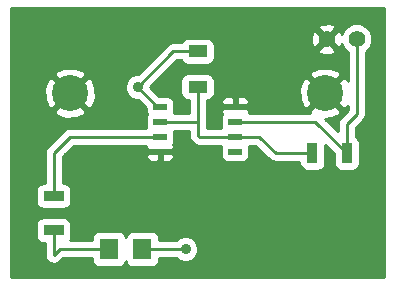
<source format=gbr>
G04 #@! TF.FileFunction,Copper,L1,Top,Signal*
%FSLAX46Y46*%
G04 Gerber Fmt 4.6, Leading zero omitted, Abs format (unit mm)*
G04 Created by KiCad (PCBNEW 4.0.2-stable) date 2016 July 15, Friday 17:30:48*
%MOMM*%
G01*
G04 APERTURE LIST*
%ADD10C,0.100000*%
%ADD11R,1.600000X1.000000*%
%ADD12R,0.900000X1.700000*%
%ADD13R,1.700000X0.900000*%
%ADD14R,1.143000X0.508000*%
%ADD15C,1.397000*%
%ADD16C,3.048000*%
%ADD17R,1.597660X1.800860*%
%ADD18C,0.889000*%
%ADD19C,0.250000*%
%ADD20C,0.254000*%
G04 APERTURE END LIST*
D10*
D11*
X170180000Y-72112000D03*
X170180000Y-69112000D03*
D12*
X182806000Y-77724000D03*
X179906000Y-77724000D03*
D13*
X157988000Y-81354000D03*
X157988000Y-84254000D03*
D14*
X173355000Y-73787000D03*
X173355000Y-75057000D03*
X173355000Y-76327000D03*
X173355000Y-77597000D03*
X167005000Y-77597000D03*
X167005000Y-76327000D03*
X167005000Y-75057000D03*
X167005000Y-73787000D03*
D15*
X181102000Y-68072000D03*
X183642000Y-68072000D03*
D16*
X180975000Y-72644000D03*
X159385000Y-72644000D03*
D17*
X162664140Y-85852000D03*
X165503860Y-85852000D03*
D18*
X165100000Y-72136000D03*
X169164000Y-85852000D03*
D19*
X173355000Y-76327000D02*
X175387000Y-76327000D01*
X176784000Y-77724000D02*
X179906000Y-77724000D01*
X175387000Y-76327000D02*
X176784000Y-77724000D01*
X170180000Y-75184000D02*
X170180000Y-76200000D01*
X170307000Y-76327000D02*
X173355000Y-76327000D01*
X170180000Y-76200000D02*
X170307000Y-76327000D01*
X170180000Y-72112000D02*
X170180000Y-75184000D01*
X170053000Y-75057000D02*
X167005000Y-75057000D01*
X170180000Y-75184000D02*
X170053000Y-75057000D01*
X165503860Y-85852000D02*
X169164000Y-85852000D01*
X170180000Y-69112000D02*
X168124000Y-69112000D01*
X165100000Y-72136000D02*
X166751000Y-73787000D01*
X168124000Y-69112000D02*
X165100000Y-72136000D01*
X167005000Y-73787000D02*
X166751000Y-73787000D01*
X157988000Y-84254000D02*
X157988000Y-86360000D01*
X158496000Y-85852000D02*
X162664140Y-85852000D01*
X157988000Y-86360000D02*
X158496000Y-85852000D01*
X180139000Y-75057000D02*
X182806000Y-77724000D01*
X173355000Y-75057000D02*
X180139000Y-75057000D01*
X182806000Y-77724000D02*
X182806000Y-75258000D01*
X183642000Y-74422000D02*
X183642000Y-68072000D01*
X182806000Y-75258000D02*
X183642000Y-74422000D01*
X157988000Y-81354000D02*
X157988000Y-77724000D01*
X159385000Y-76327000D02*
X167005000Y-76327000D01*
X157988000Y-77724000D02*
X159385000Y-76327000D01*
D20*
G36*
X185980000Y-88190000D02*
X154380000Y-88190000D01*
X154380000Y-83804000D01*
X156490560Y-83804000D01*
X156490560Y-84704000D01*
X156534838Y-84939317D01*
X156673910Y-85155441D01*
X156886110Y-85300431D01*
X157138000Y-85351440D01*
X157228000Y-85351440D01*
X157228000Y-86360000D01*
X157285852Y-86650839D01*
X157450599Y-86897401D01*
X157697161Y-87062148D01*
X157988000Y-87120000D01*
X158278839Y-87062148D01*
X158525401Y-86897401D01*
X158810802Y-86612000D01*
X161217870Y-86612000D01*
X161217870Y-86752430D01*
X161262148Y-86987747D01*
X161401220Y-87203871D01*
X161613420Y-87348861D01*
X161865310Y-87399870D01*
X163462970Y-87399870D01*
X163698287Y-87355592D01*
X163914411Y-87216520D01*
X164059401Y-87004320D01*
X164083030Y-86887634D01*
X164101868Y-86987747D01*
X164240940Y-87203871D01*
X164453140Y-87348861D01*
X164705030Y-87399870D01*
X166302690Y-87399870D01*
X166538007Y-87355592D01*
X166754131Y-87216520D01*
X166899121Y-87004320D01*
X166950130Y-86752430D01*
X166950130Y-86612000D01*
X168397362Y-86612000D01*
X168551714Y-86766622D01*
X168948332Y-86931313D01*
X169377784Y-86931687D01*
X169774689Y-86767689D01*
X170078622Y-86464286D01*
X170243313Y-86067668D01*
X170243687Y-85638216D01*
X170079689Y-85241311D01*
X169776286Y-84937378D01*
X169379668Y-84772687D01*
X168950216Y-84772313D01*
X168553311Y-84936311D01*
X168397350Y-85092000D01*
X166950130Y-85092000D01*
X166950130Y-84951570D01*
X166905852Y-84716253D01*
X166766780Y-84500129D01*
X166554580Y-84355139D01*
X166302690Y-84304130D01*
X164705030Y-84304130D01*
X164469713Y-84348408D01*
X164253589Y-84487480D01*
X164108599Y-84699680D01*
X164084970Y-84816366D01*
X164066132Y-84716253D01*
X163927060Y-84500129D01*
X163714860Y-84355139D01*
X163462970Y-84304130D01*
X161865310Y-84304130D01*
X161629993Y-84348408D01*
X161413869Y-84487480D01*
X161268879Y-84699680D01*
X161217870Y-84951570D01*
X161217870Y-85092000D01*
X159341431Y-85092000D01*
X159434431Y-84955890D01*
X159485440Y-84704000D01*
X159485440Y-83804000D01*
X159441162Y-83568683D01*
X159302090Y-83352559D01*
X159089890Y-83207569D01*
X158838000Y-83156560D01*
X157138000Y-83156560D01*
X156902683Y-83200838D01*
X156686559Y-83339910D01*
X156541569Y-83552110D01*
X156490560Y-83804000D01*
X154380000Y-83804000D01*
X154380000Y-80904000D01*
X156490560Y-80904000D01*
X156490560Y-81804000D01*
X156534838Y-82039317D01*
X156673910Y-82255441D01*
X156886110Y-82400431D01*
X157138000Y-82451440D01*
X158838000Y-82451440D01*
X159073317Y-82407162D01*
X159289441Y-82268090D01*
X159434431Y-82055890D01*
X159485440Y-81804000D01*
X159485440Y-80904000D01*
X159441162Y-80668683D01*
X159302090Y-80452559D01*
X159089890Y-80307569D01*
X158838000Y-80256560D01*
X158748000Y-80256560D01*
X158748000Y-78038802D01*
X158904052Y-77882750D01*
X165798500Y-77882750D01*
X165798500Y-77977309D01*
X165895173Y-78210698D01*
X166073801Y-78389327D01*
X166307190Y-78486000D01*
X166719250Y-78486000D01*
X166878000Y-78327250D01*
X166878000Y-77724000D01*
X167132000Y-77724000D01*
X167132000Y-78327250D01*
X167290750Y-78486000D01*
X167702810Y-78486000D01*
X167936199Y-78389327D01*
X168114827Y-78210698D01*
X168211500Y-77977309D01*
X168211500Y-77882750D01*
X168052750Y-77724000D01*
X167132000Y-77724000D01*
X166878000Y-77724000D01*
X165957250Y-77724000D01*
X165798500Y-77882750D01*
X158904052Y-77882750D01*
X159699802Y-77087000D01*
X165852220Y-77087000D01*
X165798500Y-77216691D01*
X165798500Y-77311250D01*
X165957250Y-77470000D01*
X166878000Y-77470000D01*
X166878000Y-77450000D01*
X167132000Y-77450000D01*
X167132000Y-77470000D01*
X168052750Y-77470000D01*
X168211500Y-77311250D01*
X168211500Y-77216691D01*
X168114827Y-76983302D01*
X168088291Y-76956765D01*
X168172931Y-76832890D01*
X168223940Y-76581000D01*
X168223940Y-76073000D01*
X168179662Y-75837683D01*
X168166353Y-75817000D01*
X169420000Y-75817000D01*
X169420000Y-76200000D01*
X169477852Y-76490839D01*
X169642599Y-76737401D01*
X169769599Y-76864401D01*
X170016161Y-77029148D01*
X170307000Y-77087000D01*
X172189877Y-77087000D01*
X172187069Y-77091110D01*
X172136060Y-77343000D01*
X172136060Y-77851000D01*
X172180338Y-78086317D01*
X172319410Y-78302441D01*
X172531610Y-78447431D01*
X172783500Y-78498440D01*
X173926500Y-78498440D01*
X174161817Y-78454162D01*
X174377941Y-78315090D01*
X174522931Y-78102890D01*
X174573940Y-77851000D01*
X174573940Y-77343000D01*
X174529662Y-77107683D01*
X174516353Y-77087000D01*
X175072198Y-77087000D01*
X176246599Y-78261401D01*
X176493160Y-78426148D01*
X176784000Y-78484000D01*
X178808560Y-78484000D01*
X178808560Y-78574000D01*
X178852838Y-78809317D01*
X178991910Y-79025441D01*
X179204110Y-79170431D01*
X179456000Y-79221440D01*
X180356000Y-79221440D01*
X180591317Y-79177162D01*
X180807441Y-79038090D01*
X180952431Y-78825890D01*
X181003440Y-78574000D01*
X181003440Y-76996242D01*
X181708560Y-77701362D01*
X181708560Y-78574000D01*
X181752838Y-78809317D01*
X181891910Y-79025441D01*
X182104110Y-79170431D01*
X182356000Y-79221440D01*
X183256000Y-79221440D01*
X183491317Y-79177162D01*
X183707441Y-79038090D01*
X183852431Y-78825890D01*
X183903440Y-78574000D01*
X183903440Y-76874000D01*
X183859162Y-76638683D01*
X183720090Y-76422559D01*
X183566000Y-76317274D01*
X183566000Y-75572802D01*
X184179401Y-74959401D01*
X184344148Y-74712839D01*
X184402000Y-74422000D01*
X184402000Y-69197536D01*
X184771827Y-68828353D01*
X184975268Y-68338413D01*
X184975731Y-67807914D01*
X184773146Y-67317620D01*
X184398353Y-66942173D01*
X183908413Y-66738732D01*
X183377914Y-66738269D01*
X182887620Y-66940854D01*
X182512173Y-67315647D01*
X182378686Y-67637118D01*
X182271800Y-67379071D01*
X182036188Y-67317417D01*
X181281605Y-68072000D01*
X182036188Y-68826583D01*
X182271800Y-68764929D01*
X182370083Y-68485688D01*
X182510854Y-68826380D01*
X182882000Y-69198174D01*
X182882000Y-71586421D01*
X182827568Y-71455011D01*
X182506307Y-71292298D01*
X181154605Y-72644000D01*
X182506307Y-73995702D01*
X182827568Y-73832989D01*
X182882000Y-73694398D01*
X182882000Y-74107198D01*
X182268599Y-74720599D01*
X182103852Y-74967161D01*
X182046000Y-75258000D01*
X182046000Y-75889198D01*
X180960437Y-74803635D01*
X181444221Y-74794706D01*
X182163989Y-74496568D01*
X182326702Y-74175307D01*
X180975000Y-72823605D01*
X179623298Y-74175307D01*
X179684933Y-74297000D01*
X174507780Y-74297000D01*
X174561500Y-74167309D01*
X174561500Y-74072750D01*
X174402750Y-73914000D01*
X173482000Y-73914000D01*
X173482000Y-73934000D01*
X173228000Y-73934000D01*
X173228000Y-73914000D01*
X172307250Y-73914000D01*
X172148500Y-74072750D01*
X172148500Y-74167309D01*
X172245173Y-74400698D01*
X172271709Y-74427235D01*
X172187069Y-74551110D01*
X172136060Y-74803000D01*
X172136060Y-75311000D01*
X172180338Y-75546317D01*
X172193647Y-75567000D01*
X170940000Y-75567000D01*
X170940000Y-73406691D01*
X172148500Y-73406691D01*
X172148500Y-73501250D01*
X172307250Y-73660000D01*
X173228000Y-73660000D01*
X173228000Y-73056750D01*
X173482000Y-73056750D01*
X173482000Y-73660000D01*
X174402750Y-73660000D01*
X174561500Y-73501250D01*
X174561500Y-73406691D01*
X174464827Y-73173302D01*
X174286199Y-72994673D01*
X174052810Y-72898000D01*
X173640750Y-72898000D01*
X173482000Y-73056750D01*
X173228000Y-73056750D01*
X173069250Y-72898000D01*
X172657190Y-72898000D01*
X172423801Y-72994673D01*
X172245173Y-73173302D01*
X172148500Y-73406691D01*
X170940000Y-73406691D01*
X170940000Y-73259440D01*
X170980000Y-73259440D01*
X171215317Y-73215162D01*
X171431441Y-73076090D01*
X171576431Y-72863890D01*
X171627440Y-72612000D01*
X171627440Y-72254464D01*
X178808444Y-72254464D01*
X178824294Y-73113221D01*
X179122432Y-73832989D01*
X179443693Y-73995702D01*
X180795395Y-72644000D01*
X179443693Y-71292298D01*
X179122432Y-71455011D01*
X178808444Y-72254464D01*
X171627440Y-72254464D01*
X171627440Y-71612000D01*
X171583162Y-71376683D01*
X171444090Y-71160559D01*
X171374036Y-71112693D01*
X179623298Y-71112693D01*
X180975000Y-72464395D01*
X182326702Y-71112693D01*
X182163989Y-70791432D01*
X181364536Y-70477444D01*
X180505779Y-70493294D01*
X179786011Y-70791432D01*
X179623298Y-71112693D01*
X171374036Y-71112693D01*
X171231890Y-71015569D01*
X170980000Y-70964560D01*
X169380000Y-70964560D01*
X169144683Y-71008838D01*
X168928559Y-71147910D01*
X168783569Y-71360110D01*
X168732560Y-71612000D01*
X168732560Y-72612000D01*
X168776838Y-72847317D01*
X168915910Y-73063441D01*
X169128110Y-73208431D01*
X169380000Y-73259440D01*
X169420000Y-73259440D01*
X169420000Y-74297000D01*
X168170123Y-74297000D01*
X168172931Y-74292890D01*
X168223940Y-74041000D01*
X168223940Y-73533000D01*
X168179662Y-73297683D01*
X168040590Y-73081559D01*
X167828390Y-72936569D01*
X167576500Y-72885560D01*
X166924362Y-72885560D01*
X166179497Y-72140695D01*
X166179505Y-72131297D01*
X168438802Y-69872000D01*
X168792721Y-69872000D01*
X168915910Y-70063441D01*
X169128110Y-70208431D01*
X169380000Y-70259440D01*
X170980000Y-70259440D01*
X171215317Y-70215162D01*
X171431441Y-70076090D01*
X171576431Y-69863890D01*
X171627440Y-69612000D01*
X171627440Y-69006188D01*
X180347417Y-69006188D01*
X180409071Y-69241800D01*
X180909480Y-69417927D01*
X181439199Y-69389148D01*
X181794929Y-69241800D01*
X181856583Y-69006188D01*
X181102000Y-68251605D01*
X180347417Y-69006188D01*
X171627440Y-69006188D01*
X171627440Y-68612000D01*
X171583162Y-68376683D01*
X171444090Y-68160559D01*
X171231890Y-68015569D01*
X170980000Y-67964560D01*
X169380000Y-67964560D01*
X169144683Y-68008838D01*
X168928559Y-68147910D01*
X168789110Y-68352000D01*
X168124000Y-68352000D01*
X167833161Y-68409852D01*
X167586599Y-68574599D01*
X165104695Y-71056503D01*
X164886216Y-71056313D01*
X164489311Y-71220311D01*
X164185378Y-71523714D01*
X164020687Y-71920332D01*
X164020313Y-72349784D01*
X164184311Y-72746689D01*
X164487714Y-73050622D01*
X164884332Y-73215313D01*
X165104703Y-73215505D01*
X165786060Y-73896862D01*
X165786060Y-74041000D01*
X165830338Y-74276317D01*
X165924666Y-74422907D01*
X165837069Y-74551110D01*
X165786060Y-74803000D01*
X165786060Y-75311000D01*
X165830338Y-75546317D01*
X165843647Y-75567000D01*
X159385000Y-75567000D01*
X159094160Y-75624852D01*
X158847599Y-75789599D01*
X157450599Y-77186599D01*
X157285852Y-77433161D01*
X157228000Y-77724000D01*
X157228000Y-80256560D01*
X157138000Y-80256560D01*
X156902683Y-80300838D01*
X156686559Y-80439910D01*
X156541569Y-80652110D01*
X156490560Y-80904000D01*
X154380000Y-80904000D01*
X154380000Y-74175307D01*
X158033298Y-74175307D01*
X158196011Y-74496568D01*
X158995464Y-74810556D01*
X159854221Y-74794706D01*
X160573989Y-74496568D01*
X160736702Y-74175307D01*
X159385000Y-72823605D01*
X158033298Y-74175307D01*
X154380000Y-74175307D01*
X154380000Y-72254464D01*
X157218444Y-72254464D01*
X157234294Y-73113221D01*
X157532432Y-73832989D01*
X157853693Y-73995702D01*
X159205395Y-72644000D01*
X159564605Y-72644000D01*
X160916307Y-73995702D01*
X161237568Y-73832989D01*
X161551556Y-73033536D01*
X161535706Y-72174779D01*
X161237568Y-71455011D01*
X160916307Y-71292298D01*
X159564605Y-72644000D01*
X159205395Y-72644000D01*
X157853693Y-71292298D01*
X157532432Y-71455011D01*
X157218444Y-72254464D01*
X154380000Y-72254464D01*
X154380000Y-71112693D01*
X158033298Y-71112693D01*
X159385000Y-72464395D01*
X160736702Y-71112693D01*
X160573989Y-70791432D01*
X159774536Y-70477444D01*
X158915779Y-70493294D01*
X158196011Y-70791432D01*
X158033298Y-71112693D01*
X154380000Y-71112693D01*
X154380000Y-67879480D01*
X179756073Y-67879480D01*
X179784852Y-68409199D01*
X179932200Y-68764929D01*
X180167812Y-68826583D01*
X180922395Y-68072000D01*
X180167812Y-67317417D01*
X179932200Y-67379071D01*
X179756073Y-67879480D01*
X154380000Y-67879480D01*
X154380000Y-67137812D01*
X180347417Y-67137812D01*
X181102000Y-67892395D01*
X181856583Y-67137812D01*
X181794929Y-66902200D01*
X181294520Y-66726073D01*
X180764801Y-66754852D01*
X180409071Y-66902200D01*
X180347417Y-67137812D01*
X154380000Y-67137812D01*
X154380000Y-65480000D01*
X185980000Y-65480000D01*
X185980000Y-88190000D01*
X185980000Y-88190000D01*
G37*
X185980000Y-88190000D02*
X154380000Y-88190000D01*
X154380000Y-83804000D01*
X156490560Y-83804000D01*
X156490560Y-84704000D01*
X156534838Y-84939317D01*
X156673910Y-85155441D01*
X156886110Y-85300431D01*
X157138000Y-85351440D01*
X157228000Y-85351440D01*
X157228000Y-86360000D01*
X157285852Y-86650839D01*
X157450599Y-86897401D01*
X157697161Y-87062148D01*
X157988000Y-87120000D01*
X158278839Y-87062148D01*
X158525401Y-86897401D01*
X158810802Y-86612000D01*
X161217870Y-86612000D01*
X161217870Y-86752430D01*
X161262148Y-86987747D01*
X161401220Y-87203871D01*
X161613420Y-87348861D01*
X161865310Y-87399870D01*
X163462970Y-87399870D01*
X163698287Y-87355592D01*
X163914411Y-87216520D01*
X164059401Y-87004320D01*
X164083030Y-86887634D01*
X164101868Y-86987747D01*
X164240940Y-87203871D01*
X164453140Y-87348861D01*
X164705030Y-87399870D01*
X166302690Y-87399870D01*
X166538007Y-87355592D01*
X166754131Y-87216520D01*
X166899121Y-87004320D01*
X166950130Y-86752430D01*
X166950130Y-86612000D01*
X168397362Y-86612000D01*
X168551714Y-86766622D01*
X168948332Y-86931313D01*
X169377784Y-86931687D01*
X169774689Y-86767689D01*
X170078622Y-86464286D01*
X170243313Y-86067668D01*
X170243687Y-85638216D01*
X170079689Y-85241311D01*
X169776286Y-84937378D01*
X169379668Y-84772687D01*
X168950216Y-84772313D01*
X168553311Y-84936311D01*
X168397350Y-85092000D01*
X166950130Y-85092000D01*
X166950130Y-84951570D01*
X166905852Y-84716253D01*
X166766780Y-84500129D01*
X166554580Y-84355139D01*
X166302690Y-84304130D01*
X164705030Y-84304130D01*
X164469713Y-84348408D01*
X164253589Y-84487480D01*
X164108599Y-84699680D01*
X164084970Y-84816366D01*
X164066132Y-84716253D01*
X163927060Y-84500129D01*
X163714860Y-84355139D01*
X163462970Y-84304130D01*
X161865310Y-84304130D01*
X161629993Y-84348408D01*
X161413869Y-84487480D01*
X161268879Y-84699680D01*
X161217870Y-84951570D01*
X161217870Y-85092000D01*
X159341431Y-85092000D01*
X159434431Y-84955890D01*
X159485440Y-84704000D01*
X159485440Y-83804000D01*
X159441162Y-83568683D01*
X159302090Y-83352559D01*
X159089890Y-83207569D01*
X158838000Y-83156560D01*
X157138000Y-83156560D01*
X156902683Y-83200838D01*
X156686559Y-83339910D01*
X156541569Y-83552110D01*
X156490560Y-83804000D01*
X154380000Y-83804000D01*
X154380000Y-80904000D01*
X156490560Y-80904000D01*
X156490560Y-81804000D01*
X156534838Y-82039317D01*
X156673910Y-82255441D01*
X156886110Y-82400431D01*
X157138000Y-82451440D01*
X158838000Y-82451440D01*
X159073317Y-82407162D01*
X159289441Y-82268090D01*
X159434431Y-82055890D01*
X159485440Y-81804000D01*
X159485440Y-80904000D01*
X159441162Y-80668683D01*
X159302090Y-80452559D01*
X159089890Y-80307569D01*
X158838000Y-80256560D01*
X158748000Y-80256560D01*
X158748000Y-78038802D01*
X158904052Y-77882750D01*
X165798500Y-77882750D01*
X165798500Y-77977309D01*
X165895173Y-78210698D01*
X166073801Y-78389327D01*
X166307190Y-78486000D01*
X166719250Y-78486000D01*
X166878000Y-78327250D01*
X166878000Y-77724000D01*
X167132000Y-77724000D01*
X167132000Y-78327250D01*
X167290750Y-78486000D01*
X167702810Y-78486000D01*
X167936199Y-78389327D01*
X168114827Y-78210698D01*
X168211500Y-77977309D01*
X168211500Y-77882750D01*
X168052750Y-77724000D01*
X167132000Y-77724000D01*
X166878000Y-77724000D01*
X165957250Y-77724000D01*
X165798500Y-77882750D01*
X158904052Y-77882750D01*
X159699802Y-77087000D01*
X165852220Y-77087000D01*
X165798500Y-77216691D01*
X165798500Y-77311250D01*
X165957250Y-77470000D01*
X166878000Y-77470000D01*
X166878000Y-77450000D01*
X167132000Y-77450000D01*
X167132000Y-77470000D01*
X168052750Y-77470000D01*
X168211500Y-77311250D01*
X168211500Y-77216691D01*
X168114827Y-76983302D01*
X168088291Y-76956765D01*
X168172931Y-76832890D01*
X168223940Y-76581000D01*
X168223940Y-76073000D01*
X168179662Y-75837683D01*
X168166353Y-75817000D01*
X169420000Y-75817000D01*
X169420000Y-76200000D01*
X169477852Y-76490839D01*
X169642599Y-76737401D01*
X169769599Y-76864401D01*
X170016161Y-77029148D01*
X170307000Y-77087000D01*
X172189877Y-77087000D01*
X172187069Y-77091110D01*
X172136060Y-77343000D01*
X172136060Y-77851000D01*
X172180338Y-78086317D01*
X172319410Y-78302441D01*
X172531610Y-78447431D01*
X172783500Y-78498440D01*
X173926500Y-78498440D01*
X174161817Y-78454162D01*
X174377941Y-78315090D01*
X174522931Y-78102890D01*
X174573940Y-77851000D01*
X174573940Y-77343000D01*
X174529662Y-77107683D01*
X174516353Y-77087000D01*
X175072198Y-77087000D01*
X176246599Y-78261401D01*
X176493160Y-78426148D01*
X176784000Y-78484000D01*
X178808560Y-78484000D01*
X178808560Y-78574000D01*
X178852838Y-78809317D01*
X178991910Y-79025441D01*
X179204110Y-79170431D01*
X179456000Y-79221440D01*
X180356000Y-79221440D01*
X180591317Y-79177162D01*
X180807441Y-79038090D01*
X180952431Y-78825890D01*
X181003440Y-78574000D01*
X181003440Y-76996242D01*
X181708560Y-77701362D01*
X181708560Y-78574000D01*
X181752838Y-78809317D01*
X181891910Y-79025441D01*
X182104110Y-79170431D01*
X182356000Y-79221440D01*
X183256000Y-79221440D01*
X183491317Y-79177162D01*
X183707441Y-79038090D01*
X183852431Y-78825890D01*
X183903440Y-78574000D01*
X183903440Y-76874000D01*
X183859162Y-76638683D01*
X183720090Y-76422559D01*
X183566000Y-76317274D01*
X183566000Y-75572802D01*
X184179401Y-74959401D01*
X184344148Y-74712839D01*
X184402000Y-74422000D01*
X184402000Y-69197536D01*
X184771827Y-68828353D01*
X184975268Y-68338413D01*
X184975731Y-67807914D01*
X184773146Y-67317620D01*
X184398353Y-66942173D01*
X183908413Y-66738732D01*
X183377914Y-66738269D01*
X182887620Y-66940854D01*
X182512173Y-67315647D01*
X182378686Y-67637118D01*
X182271800Y-67379071D01*
X182036188Y-67317417D01*
X181281605Y-68072000D01*
X182036188Y-68826583D01*
X182271800Y-68764929D01*
X182370083Y-68485688D01*
X182510854Y-68826380D01*
X182882000Y-69198174D01*
X182882000Y-71586421D01*
X182827568Y-71455011D01*
X182506307Y-71292298D01*
X181154605Y-72644000D01*
X182506307Y-73995702D01*
X182827568Y-73832989D01*
X182882000Y-73694398D01*
X182882000Y-74107198D01*
X182268599Y-74720599D01*
X182103852Y-74967161D01*
X182046000Y-75258000D01*
X182046000Y-75889198D01*
X180960437Y-74803635D01*
X181444221Y-74794706D01*
X182163989Y-74496568D01*
X182326702Y-74175307D01*
X180975000Y-72823605D01*
X179623298Y-74175307D01*
X179684933Y-74297000D01*
X174507780Y-74297000D01*
X174561500Y-74167309D01*
X174561500Y-74072750D01*
X174402750Y-73914000D01*
X173482000Y-73914000D01*
X173482000Y-73934000D01*
X173228000Y-73934000D01*
X173228000Y-73914000D01*
X172307250Y-73914000D01*
X172148500Y-74072750D01*
X172148500Y-74167309D01*
X172245173Y-74400698D01*
X172271709Y-74427235D01*
X172187069Y-74551110D01*
X172136060Y-74803000D01*
X172136060Y-75311000D01*
X172180338Y-75546317D01*
X172193647Y-75567000D01*
X170940000Y-75567000D01*
X170940000Y-73406691D01*
X172148500Y-73406691D01*
X172148500Y-73501250D01*
X172307250Y-73660000D01*
X173228000Y-73660000D01*
X173228000Y-73056750D01*
X173482000Y-73056750D01*
X173482000Y-73660000D01*
X174402750Y-73660000D01*
X174561500Y-73501250D01*
X174561500Y-73406691D01*
X174464827Y-73173302D01*
X174286199Y-72994673D01*
X174052810Y-72898000D01*
X173640750Y-72898000D01*
X173482000Y-73056750D01*
X173228000Y-73056750D01*
X173069250Y-72898000D01*
X172657190Y-72898000D01*
X172423801Y-72994673D01*
X172245173Y-73173302D01*
X172148500Y-73406691D01*
X170940000Y-73406691D01*
X170940000Y-73259440D01*
X170980000Y-73259440D01*
X171215317Y-73215162D01*
X171431441Y-73076090D01*
X171576431Y-72863890D01*
X171627440Y-72612000D01*
X171627440Y-72254464D01*
X178808444Y-72254464D01*
X178824294Y-73113221D01*
X179122432Y-73832989D01*
X179443693Y-73995702D01*
X180795395Y-72644000D01*
X179443693Y-71292298D01*
X179122432Y-71455011D01*
X178808444Y-72254464D01*
X171627440Y-72254464D01*
X171627440Y-71612000D01*
X171583162Y-71376683D01*
X171444090Y-71160559D01*
X171374036Y-71112693D01*
X179623298Y-71112693D01*
X180975000Y-72464395D01*
X182326702Y-71112693D01*
X182163989Y-70791432D01*
X181364536Y-70477444D01*
X180505779Y-70493294D01*
X179786011Y-70791432D01*
X179623298Y-71112693D01*
X171374036Y-71112693D01*
X171231890Y-71015569D01*
X170980000Y-70964560D01*
X169380000Y-70964560D01*
X169144683Y-71008838D01*
X168928559Y-71147910D01*
X168783569Y-71360110D01*
X168732560Y-71612000D01*
X168732560Y-72612000D01*
X168776838Y-72847317D01*
X168915910Y-73063441D01*
X169128110Y-73208431D01*
X169380000Y-73259440D01*
X169420000Y-73259440D01*
X169420000Y-74297000D01*
X168170123Y-74297000D01*
X168172931Y-74292890D01*
X168223940Y-74041000D01*
X168223940Y-73533000D01*
X168179662Y-73297683D01*
X168040590Y-73081559D01*
X167828390Y-72936569D01*
X167576500Y-72885560D01*
X166924362Y-72885560D01*
X166179497Y-72140695D01*
X166179505Y-72131297D01*
X168438802Y-69872000D01*
X168792721Y-69872000D01*
X168915910Y-70063441D01*
X169128110Y-70208431D01*
X169380000Y-70259440D01*
X170980000Y-70259440D01*
X171215317Y-70215162D01*
X171431441Y-70076090D01*
X171576431Y-69863890D01*
X171627440Y-69612000D01*
X171627440Y-69006188D01*
X180347417Y-69006188D01*
X180409071Y-69241800D01*
X180909480Y-69417927D01*
X181439199Y-69389148D01*
X181794929Y-69241800D01*
X181856583Y-69006188D01*
X181102000Y-68251605D01*
X180347417Y-69006188D01*
X171627440Y-69006188D01*
X171627440Y-68612000D01*
X171583162Y-68376683D01*
X171444090Y-68160559D01*
X171231890Y-68015569D01*
X170980000Y-67964560D01*
X169380000Y-67964560D01*
X169144683Y-68008838D01*
X168928559Y-68147910D01*
X168789110Y-68352000D01*
X168124000Y-68352000D01*
X167833161Y-68409852D01*
X167586599Y-68574599D01*
X165104695Y-71056503D01*
X164886216Y-71056313D01*
X164489311Y-71220311D01*
X164185378Y-71523714D01*
X164020687Y-71920332D01*
X164020313Y-72349784D01*
X164184311Y-72746689D01*
X164487714Y-73050622D01*
X164884332Y-73215313D01*
X165104703Y-73215505D01*
X165786060Y-73896862D01*
X165786060Y-74041000D01*
X165830338Y-74276317D01*
X165924666Y-74422907D01*
X165837069Y-74551110D01*
X165786060Y-74803000D01*
X165786060Y-75311000D01*
X165830338Y-75546317D01*
X165843647Y-75567000D01*
X159385000Y-75567000D01*
X159094160Y-75624852D01*
X158847599Y-75789599D01*
X157450599Y-77186599D01*
X157285852Y-77433161D01*
X157228000Y-77724000D01*
X157228000Y-80256560D01*
X157138000Y-80256560D01*
X156902683Y-80300838D01*
X156686559Y-80439910D01*
X156541569Y-80652110D01*
X156490560Y-80904000D01*
X154380000Y-80904000D01*
X154380000Y-74175307D01*
X158033298Y-74175307D01*
X158196011Y-74496568D01*
X158995464Y-74810556D01*
X159854221Y-74794706D01*
X160573989Y-74496568D01*
X160736702Y-74175307D01*
X159385000Y-72823605D01*
X158033298Y-74175307D01*
X154380000Y-74175307D01*
X154380000Y-72254464D01*
X157218444Y-72254464D01*
X157234294Y-73113221D01*
X157532432Y-73832989D01*
X157853693Y-73995702D01*
X159205395Y-72644000D01*
X159564605Y-72644000D01*
X160916307Y-73995702D01*
X161237568Y-73832989D01*
X161551556Y-73033536D01*
X161535706Y-72174779D01*
X161237568Y-71455011D01*
X160916307Y-71292298D01*
X159564605Y-72644000D01*
X159205395Y-72644000D01*
X157853693Y-71292298D01*
X157532432Y-71455011D01*
X157218444Y-72254464D01*
X154380000Y-72254464D01*
X154380000Y-71112693D01*
X158033298Y-71112693D01*
X159385000Y-72464395D01*
X160736702Y-71112693D01*
X160573989Y-70791432D01*
X159774536Y-70477444D01*
X158915779Y-70493294D01*
X158196011Y-70791432D01*
X158033298Y-71112693D01*
X154380000Y-71112693D01*
X154380000Y-67879480D01*
X179756073Y-67879480D01*
X179784852Y-68409199D01*
X179932200Y-68764929D01*
X180167812Y-68826583D01*
X180922395Y-68072000D01*
X180167812Y-67317417D01*
X179932200Y-67379071D01*
X179756073Y-67879480D01*
X154380000Y-67879480D01*
X154380000Y-67137812D01*
X180347417Y-67137812D01*
X181102000Y-67892395D01*
X181856583Y-67137812D01*
X181794929Y-66902200D01*
X181294520Y-66726073D01*
X180764801Y-66754852D01*
X180409071Y-66902200D01*
X180347417Y-67137812D01*
X154380000Y-67137812D01*
X154380000Y-65480000D01*
X185980000Y-65480000D01*
X185980000Y-88190000D01*
M02*

</source>
